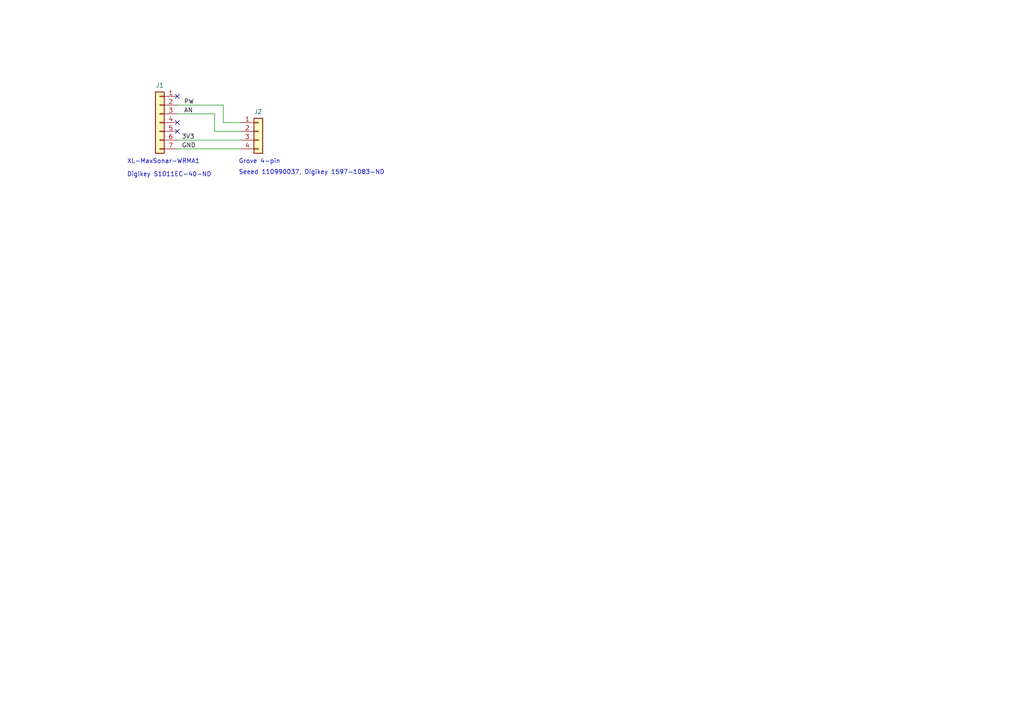
<source format=kicad_sch>
(kicad_sch (version 20230121) (generator eeschema)
  (paper "A4")
  (lib_symbols
    (symbol "Connector_Generic:Conn_01x04" (pin_names (offset 1.016) hide)
      (property "Reference" "J" (at 0 5.08 0))
      (property "Value" "Conn_01x04" (at 0 -7.62 0))
      (symbol "Conn_01x04_1_1"
        (rectangle (start -1.27 -4.953) (end 0 -5.207) (stroke (width 0.1524)))
        (rectangle (start -1.27 -2.413) (end 0 -2.667) (stroke (width 0.1524)))
        (rectangle (start -1.27 0.127) (end 0 -0.127) (stroke (width 0.1524)))
        (rectangle (start -1.27 2.667) (end 0 2.413) (stroke (width 0.1524)))
        (rectangle (start -1.27 3.81) (end 1.27 -6.35) (stroke (width 0.254)) (fill (type background)))
        (pin passive line (at -5.08 2.54 0) (length 3.81) (name "Pin_1") (number "1"))
        (pin passive line (at -5.08 0 0) (length 3.81) (name "Pin_2") (number "2"))
        (pin passive line (at -5.08 -2.54 0) (length 3.81) (name "Pin_3") (number "3"))
        (pin passive line (at -5.08 -5.08 0) (length 3.81) (name "Pin_4") (number "4"))
      )
    )
    (symbol "Connector_Generic:Conn_01x07" (pin_names (offset 1.016) hide)
      (property "Reference" "J" (at 0 10.16 0))
      (property "Value" "Conn_01x07" (at 0 -10.16 0))
      (symbol "Conn_01x07_1_1"
        (rectangle (start -1.27 -7.493) (end 0 -7.747) (stroke (width 0.1524)))
        (rectangle (start -1.27 -4.953) (end 0 -5.207) (stroke (width 0.1524)))
        (rectangle (start -1.27 -2.413) (end 0 -2.667) (stroke (width 0.1524)))
        (rectangle (start -1.27 0.127) (end 0 -0.127) (stroke (width 0.1524)))
        (rectangle (start -1.27 2.667) (end 0 2.413) (stroke (width 0.1524)))
        (rectangle (start -1.27 5.207) (end 0 4.953) (stroke (width 0.1524)))
        (rectangle (start -1.27 7.747) (end 0 7.493) (stroke (width 0.1524)))
        (rectangle (start -1.27 8.89) (end 1.27 -8.89) (stroke (width 0.254)) (fill (type background)))
        (pin passive line (at -5.08 7.62 0) (length 3.81) (name "Pin_1") (number "1"))
        (pin passive line (at -5.08 5.08 0) (length 3.81) (name "Pin_2") (number "2"))
        (pin passive line (at -5.08 2.54 0) (length 3.81) (name "Pin_3") (number "3"))
        (pin passive line (at -5.08 0 0) (length 3.81) (name "Pin_4") (number "4"))
        (pin passive line (at -5.08 -2.54 0) (length 3.81) (name "Pin_5") (number "5"))
        (pin passive line (at -5.08 -5.08 0) (length 3.81) (name "Pin_6") (number "6"))
        (pin passive line (at -5.08 -7.62 0) (length 3.81) (name "Pin_7") (number "7"))
      )
    )
  )
  (no_connect (at 51.435 38.1))
  (no_connect (at 51.435 35.56))
  (no_connect (at 51.435 27.94))
  (wire (pts (xy 64.77 35.56) (xy 69.85 35.56)))
  (wire (pts (xy 62.23 38.1) (xy 69.85 38.1)))
  (wire (pts (xy 51.435 40.64) (xy 69.85 40.64)))
  (wire (pts (xy 51.435 30.48) (xy 64.77 30.48)))
  (wire (pts (xy 64.77 30.48) (xy 64.77 35.56)))
  (wire (pts (xy 62.23 33.02) (xy 62.23 38.1)))
  (wire (pts (xy 51.435 33.02) (xy 62.23 33.02)))
  (wire (pts (xy 51.435 43.18) (xy 69.85 43.18)))
  (text "Digikey S1011EC-40-ND" (at 36.83 51.435 0) (effects (font (size 1.27 1.27)) (justify left bottom)))
  (text "XL-MaxSonar-WRMA1" (at 36.83 47.625 0) (effects (font (size 1.27 1.27)) (justify left bottom)))
  (text "Seeed 110990037, Digikey 1597-1083-ND" (at 69.215 50.8 0) (effects (font (size 1.27 1.27)) (justify left bottom)))
  (text "Grove 4-pin" (at 69.215 47.625 0) (effects (font (size 1.27 1.27)) (justify left bottom)))
  (label "3V3" (at 52.705 40.64 0))
  (label "GND" (at 52.705 43.18 0))
  (label "AN" (at 53.34 33.02 0))
  (label "PW" (at 53.34 30.48 0))
  (symbol (lib_id "Connector_Generic:Conn_01x04") (at 74.93 38.1 0) (unit 1)
    (property "Reference" "J2" (at 73.66 32.385 0) (effects (justify left)))
    (property "Value" "Conn_01x04" (effects hide))
    (property "Footprint" "grove_2mm_4pin_ra:grove_2mm_4pin_ra" (effects hide))
  )
  (symbol (lib_id "Connector_Generic:Conn_01x07") (at 46.355 35.56 0) (mirror y) (unit 1)
    (property "Reference" "J1" (at 46.355 24.765 0))
    (property "Value" "Conn_01x07" (effects hide))
    (property "Footprint" "Connector_PinHeader_2.54mm:PinHeader_1x07_P2.54mm_Vertical" (effects hide))
  )
)
</source>
